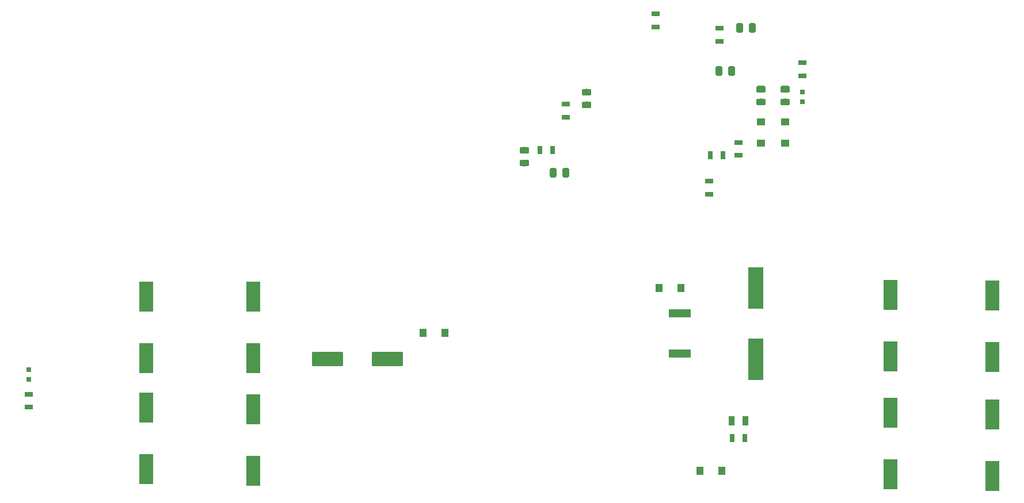
<source format=gbr>
G04 #@! TF.GenerationSoftware,KiCad,Pcbnew,(5.1.4)-1*
G04 #@! TF.CreationDate,2021-04-20T00:23:46+05:30*
G04 #@! TF.ProjectId,transformers-board,7472616e-7366-46f7-926d-6572732d626f,rev?*
G04 #@! TF.SameCoordinates,Original*
G04 #@! TF.FileFunction,Paste,Top*
G04 #@! TF.FilePolarity,Positive*
%FSLAX46Y46*%
G04 Gerber Fmt 4.6, Leading zero omitted, Abs format (unit mm)*
G04 Created by KiCad (PCBNEW (5.1.4)-1) date 2021-04-20 00:23:46*
%MOMM*%
%LPD*%
G04 APERTURE LIST*
%ADD10C,0.100000*%
%ADD11C,0.975000*%
%ADD12R,2.120000X4.460000*%
%ADD13C,2.100000*%
%ADD14R,1.300000X0.700000*%
%ADD15R,0.700000X1.300000*%
%ADD16R,0.920000X1.420000*%
%ADD17R,3.320000X1.240000*%
%ADD18R,0.800000X0.800000*%
%ADD19R,1.220000X1.120000*%
%ADD20R,1.120000X1.220000*%
%ADD21R,2.210000X6.060000*%
G04 APERTURE END LIST*
D10*
G36*
X170660142Y-71649674D02*
G01*
X170683803Y-71653184D01*
X170707007Y-71658996D01*
X170729529Y-71667054D01*
X170751153Y-71677282D01*
X170771670Y-71689579D01*
X170790883Y-71703829D01*
X170808607Y-71719893D01*
X170824671Y-71737617D01*
X170838921Y-71756830D01*
X170851218Y-71777347D01*
X170861446Y-71798971D01*
X170869504Y-71821493D01*
X170875316Y-71844697D01*
X170878826Y-71868358D01*
X170880000Y-71892250D01*
X170880000Y-72379750D01*
X170878826Y-72403642D01*
X170875316Y-72427303D01*
X170869504Y-72450507D01*
X170861446Y-72473029D01*
X170851218Y-72494653D01*
X170838921Y-72515170D01*
X170824671Y-72534383D01*
X170808607Y-72552107D01*
X170790883Y-72568171D01*
X170771670Y-72582421D01*
X170751153Y-72594718D01*
X170729529Y-72604946D01*
X170707007Y-72613004D01*
X170683803Y-72618816D01*
X170660142Y-72622326D01*
X170636250Y-72623500D01*
X169723750Y-72623500D01*
X169699858Y-72622326D01*
X169676197Y-72618816D01*
X169652993Y-72613004D01*
X169630471Y-72604946D01*
X169608847Y-72594718D01*
X169588330Y-72582421D01*
X169569117Y-72568171D01*
X169551393Y-72552107D01*
X169535329Y-72534383D01*
X169521079Y-72515170D01*
X169508782Y-72494653D01*
X169498554Y-72473029D01*
X169490496Y-72450507D01*
X169484684Y-72427303D01*
X169481174Y-72403642D01*
X169480000Y-72379750D01*
X169480000Y-71892250D01*
X169481174Y-71868358D01*
X169484684Y-71844697D01*
X169490496Y-71821493D01*
X169498554Y-71798971D01*
X169508782Y-71777347D01*
X169521079Y-71756830D01*
X169535329Y-71737617D01*
X169551393Y-71719893D01*
X169569117Y-71703829D01*
X169588330Y-71689579D01*
X169608847Y-71677282D01*
X169630471Y-71667054D01*
X169652993Y-71658996D01*
X169676197Y-71653184D01*
X169699858Y-71649674D01*
X169723750Y-71648500D01*
X170636250Y-71648500D01*
X170660142Y-71649674D01*
X170660142Y-71649674D01*
G37*
D11*
X170180000Y-72136000D03*
D10*
G36*
X170660142Y-69774674D02*
G01*
X170683803Y-69778184D01*
X170707007Y-69783996D01*
X170729529Y-69792054D01*
X170751153Y-69802282D01*
X170771670Y-69814579D01*
X170790883Y-69828829D01*
X170808607Y-69844893D01*
X170824671Y-69862617D01*
X170838921Y-69881830D01*
X170851218Y-69902347D01*
X170861446Y-69923971D01*
X170869504Y-69946493D01*
X170875316Y-69969697D01*
X170878826Y-69993358D01*
X170880000Y-70017250D01*
X170880000Y-70504750D01*
X170878826Y-70528642D01*
X170875316Y-70552303D01*
X170869504Y-70575507D01*
X170861446Y-70598029D01*
X170851218Y-70619653D01*
X170838921Y-70640170D01*
X170824671Y-70659383D01*
X170808607Y-70677107D01*
X170790883Y-70693171D01*
X170771670Y-70707421D01*
X170751153Y-70719718D01*
X170729529Y-70729946D01*
X170707007Y-70738004D01*
X170683803Y-70743816D01*
X170660142Y-70747326D01*
X170636250Y-70748500D01*
X169723750Y-70748500D01*
X169699858Y-70747326D01*
X169676197Y-70743816D01*
X169652993Y-70738004D01*
X169630471Y-70729946D01*
X169608847Y-70719718D01*
X169588330Y-70707421D01*
X169569117Y-70693171D01*
X169551393Y-70677107D01*
X169535329Y-70659383D01*
X169521079Y-70640170D01*
X169508782Y-70619653D01*
X169498554Y-70598029D01*
X169490496Y-70575507D01*
X169484684Y-70552303D01*
X169481174Y-70528642D01*
X169480000Y-70504750D01*
X169480000Y-70017250D01*
X169481174Y-69993358D01*
X169484684Y-69969697D01*
X169490496Y-69946493D01*
X169498554Y-69923971D01*
X169508782Y-69902347D01*
X169521079Y-69881830D01*
X169535329Y-69862617D01*
X169551393Y-69844893D01*
X169569117Y-69828829D01*
X169588330Y-69814579D01*
X169608847Y-69802282D01*
X169630471Y-69792054D01*
X169652993Y-69783996D01*
X169676197Y-69778184D01*
X169699858Y-69774674D01*
X169723750Y-69773500D01*
X170636250Y-69773500D01*
X170660142Y-69774674D01*
X170660142Y-69774674D01*
G37*
D11*
X170180000Y-70261000D03*
D10*
G36*
X174216142Y-69774674D02*
G01*
X174239803Y-69778184D01*
X174263007Y-69783996D01*
X174285529Y-69792054D01*
X174307153Y-69802282D01*
X174327670Y-69814579D01*
X174346883Y-69828829D01*
X174364607Y-69844893D01*
X174380671Y-69862617D01*
X174394921Y-69881830D01*
X174407218Y-69902347D01*
X174417446Y-69923971D01*
X174425504Y-69946493D01*
X174431316Y-69969697D01*
X174434826Y-69993358D01*
X174436000Y-70017250D01*
X174436000Y-70504750D01*
X174434826Y-70528642D01*
X174431316Y-70552303D01*
X174425504Y-70575507D01*
X174417446Y-70598029D01*
X174407218Y-70619653D01*
X174394921Y-70640170D01*
X174380671Y-70659383D01*
X174364607Y-70677107D01*
X174346883Y-70693171D01*
X174327670Y-70707421D01*
X174307153Y-70719718D01*
X174285529Y-70729946D01*
X174263007Y-70738004D01*
X174239803Y-70743816D01*
X174216142Y-70747326D01*
X174192250Y-70748500D01*
X173279750Y-70748500D01*
X173255858Y-70747326D01*
X173232197Y-70743816D01*
X173208993Y-70738004D01*
X173186471Y-70729946D01*
X173164847Y-70719718D01*
X173144330Y-70707421D01*
X173125117Y-70693171D01*
X173107393Y-70677107D01*
X173091329Y-70659383D01*
X173077079Y-70640170D01*
X173064782Y-70619653D01*
X173054554Y-70598029D01*
X173046496Y-70575507D01*
X173040684Y-70552303D01*
X173037174Y-70528642D01*
X173036000Y-70504750D01*
X173036000Y-70017250D01*
X173037174Y-69993358D01*
X173040684Y-69969697D01*
X173046496Y-69946493D01*
X173054554Y-69923971D01*
X173064782Y-69902347D01*
X173077079Y-69881830D01*
X173091329Y-69862617D01*
X173107393Y-69844893D01*
X173125117Y-69828829D01*
X173144330Y-69814579D01*
X173164847Y-69802282D01*
X173186471Y-69792054D01*
X173208993Y-69783996D01*
X173232197Y-69778184D01*
X173255858Y-69774674D01*
X173279750Y-69773500D01*
X174192250Y-69773500D01*
X174216142Y-69774674D01*
X174216142Y-69774674D01*
G37*
D11*
X173736000Y-70261000D03*
D10*
G36*
X174216142Y-71649674D02*
G01*
X174239803Y-71653184D01*
X174263007Y-71658996D01*
X174285529Y-71667054D01*
X174307153Y-71677282D01*
X174327670Y-71689579D01*
X174346883Y-71703829D01*
X174364607Y-71719893D01*
X174380671Y-71737617D01*
X174394921Y-71756830D01*
X174407218Y-71777347D01*
X174417446Y-71798971D01*
X174425504Y-71821493D01*
X174431316Y-71844697D01*
X174434826Y-71868358D01*
X174436000Y-71892250D01*
X174436000Y-72379750D01*
X174434826Y-72403642D01*
X174431316Y-72427303D01*
X174425504Y-72450507D01*
X174417446Y-72473029D01*
X174407218Y-72494653D01*
X174394921Y-72515170D01*
X174380671Y-72534383D01*
X174364607Y-72552107D01*
X174346883Y-72568171D01*
X174327670Y-72582421D01*
X174307153Y-72594718D01*
X174285529Y-72604946D01*
X174263007Y-72613004D01*
X174239803Y-72618816D01*
X174216142Y-72622326D01*
X174192250Y-72623500D01*
X173279750Y-72623500D01*
X173255858Y-72622326D01*
X173232197Y-72618816D01*
X173208993Y-72613004D01*
X173186471Y-72604946D01*
X173164847Y-72594718D01*
X173144330Y-72582421D01*
X173125117Y-72568171D01*
X173107393Y-72552107D01*
X173091329Y-72534383D01*
X173077079Y-72515170D01*
X173064782Y-72494653D01*
X173054554Y-72473029D01*
X173046496Y-72450507D01*
X173040684Y-72427303D01*
X173037174Y-72403642D01*
X173036000Y-72379750D01*
X173036000Y-71892250D01*
X173037174Y-71868358D01*
X173040684Y-71844697D01*
X173046496Y-71821493D01*
X173054554Y-71798971D01*
X173064782Y-71777347D01*
X173077079Y-71756830D01*
X173091329Y-71737617D01*
X173107393Y-71719893D01*
X173125117Y-71703829D01*
X173144330Y-71689579D01*
X173164847Y-71677282D01*
X173186471Y-71667054D01*
X173208993Y-71658996D01*
X173232197Y-71653184D01*
X173255858Y-71649674D01*
X173279750Y-71648500D01*
X174192250Y-71648500D01*
X174216142Y-71649674D01*
X174216142Y-71649674D01*
G37*
D11*
X173736000Y-72136000D03*
D10*
G36*
X164254642Y-66865174D02*
G01*
X164278303Y-66868684D01*
X164301507Y-66874496D01*
X164324029Y-66882554D01*
X164345653Y-66892782D01*
X164366170Y-66905079D01*
X164385383Y-66919329D01*
X164403107Y-66935393D01*
X164419171Y-66953117D01*
X164433421Y-66972330D01*
X164445718Y-66992847D01*
X164455946Y-67014471D01*
X164464004Y-67036993D01*
X164469816Y-67060197D01*
X164473326Y-67083858D01*
X164474500Y-67107750D01*
X164474500Y-68020250D01*
X164473326Y-68044142D01*
X164469816Y-68067803D01*
X164464004Y-68091007D01*
X164455946Y-68113529D01*
X164445718Y-68135153D01*
X164433421Y-68155670D01*
X164419171Y-68174883D01*
X164403107Y-68192607D01*
X164385383Y-68208671D01*
X164366170Y-68222921D01*
X164345653Y-68235218D01*
X164324029Y-68245446D01*
X164301507Y-68253504D01*
X164278303Y-68259316D01*
X164254642Y-68262826D01*
X164230750Y-68264000D01*
X163743250Y-68264000D01*
X163719358Y-68262826D01*
X163695697Y-68259316D01*
X163672493Y-68253504D01*
X163649971Y-68245446D01*
X163628347Y-68235218D01*
X163607830Y-68222921D01*
X163588617Y-68208671D01*
X163570893Y-68192607D01*
X163554829Y-68174883D01*
X163540579Y-68155670D01*
X163528282Y-68135153D01*
X163518054Y-68113529D01*
X163509996Y-68091007D01*
X163504184Y-68067803D01*
X163500674Y-68044142D01*
X163499500Y-68020250D01*
X163499500Y-67107750D01*
X163500674Y-67083858D01*
X163504184Y-67060197D01*
X163509996Y-67036993D01*
X163518054Y-67014471D01*
X163528282Y-66992847D01*
X163540579Y-66972330D01*
X163554829Y-66953117D01*
X163570893Y-66935393D01*
X163588617Y-66919329D01*
X163607830Y-66905079D01*
X163628347Y-66892782D01*
X163649971Y-66882554D01*
X163672493Y-66874496D01*
X163695697Y-66868684D01*
X163719358Y-66865174D01*
X163743250Y-66864000D01*
X164230750Y-66864000D01*
X164254642Y-66865174D01*
X164254642Y-66865174D01*
G37*
D11*
X163987000Y-67564000D03*
D10*
G36*
X166129642Y-66865174D02*
G01*
X166153303Y-66868684D01*
X166176507Y-66874496D01*
X166199029Y-66882554D01*
X166220653Y-66892782D01*
X166241170Y-66905079D01*
X166260383Y-66919329D01*
X166278107Y-66935393D01*
X166294171Y-66953117D01*
X166308421Y-66972330D01*
X166320718Y-66992847D01*
X166330946Y-67014471D01*
X166339004Y-67036993D01*
X166344816Y-67060197D01*
X166348326Y-67083858D01*
X166349500Y-67107750D01*
X166349500Y-68020250D01*
X166348326Y-68044142D01*
X166344816Y-68067803D01*
X166339004Y-68091007D01*
X166330946Y-68113529D01*
X166320718Y-68135153D01*
X166308421Y-68155670D01*
X166294171Y-68174883D01*
X166278107Y-68192607D01*
X166260383Y-68208671D01*
X166241170Y-68222921D01*
X166220653Y-68235218D01*
X166199029Y-68245446D01*
X166176507Y-68253504D01*
X166153303Y-68259316D01*
X166129642Y-68262826D01*
X166105750Y-68264000D01*
X165618250Y-68264000D01*
X165594358Y-68262826D01*
X165570697Y-68259316D01*
X165547493Y-68253504D01*
X165524971Y-68245446D01*
X165503347Y-68235218D01*
X165482830Y-68222921D01*
X165463617Y-68208671D01*
X165445893Y-68192607D01*
X165429829Y-68174883D01*
X165415579Y-68155670D01*
X165403282Y-68135153D01*
X165393054Y-68113529D01*
X165384996Y-68091007D01*
X165379184Y-68067803D01*
X165375674Y-68044142D01*
X165374500Y-68020250D01*
X165374500Y-67107750D01*
X165375674Y-67083858D01*
X165379184Y-67060197D01*
X165384996Y-67036993D01*
X165393054Y-67014471D01*
X165403282Y-66992847D01*
X165415579Y-66972330D01*
X165429829Y-66953117D01*
X165445893Y-66935393D01*
X165463617Y-66919329D01*
X165482830Y-66905079D01*
X165503347Y-66892782D01*
X165524971Y-66882554D01*
X165547493Y-66874496D01*
X165570697Y-66868684D01*
X165594358Y-66865174D01*
X165618250Y-66864000D01*
X166105750Y-66864000D01*
X166129642Y-66865174D01*
X166129642Y-66865174D01*
G37*
D11*
X165862000Y-67564000D03*
D10*
G36*
X169177642Y-60515174D02*
G01*
X169201303Y-60518684D01*
X169224507Y-60524496D01*
X169247029Y-60532554D01*
X169268653Y-60542782D01*
X169289170Y-60555079D01*
X169308383Y-60569329D01*
X169326107Y-60585393D01*
X169342171Y-60603117D01*
X169356421Y-60622330D01*
X169368718Y-60642847D01*
X169378946Y-60664471D01*
X169387004Y-60686993D01*
X169392816Y-60710197D01*
X169396326Y-60733858D01*
X169397500Y-60757750D01*
X169397500Y-61670250D01*
X169396326Y-61694142D01*
X169392816Y-61717803D01*
X169387004Y-61741007D01*
X169378946Y-61763529D01*
X169368718Y-61785153D01*
X169356421Y-61805670D01*
X169342171Y-61824883D01*
X169326107Y-61842607D01*
X169308383Y-61858671D01*
X169289170Y-61872921D01*
X169268653Y-61885218D01*
X169247029Y-61895446D01*
X169224507Y-61903504D01*
X169201303Y-61909316D01*
X169177642Y-61912826D01*
X169153750Y-61914000D01*
X168666250Y-61914000D01*
X168642358Y-61912826D01*
X168618697Y-61909316D01*
X168595493Y-61903504D01*
X168572971Y-61895446D01*
X168551347Y-61885218D01*
X168530830Y-61872921D01*
X168511617Y-61858671D01*
X168493893Y-61842607D01*
X168477829Y-61824883D01*
X168463579Y-61805670D01*
X168451282Y-61785153D01*
X168441054Y-61763529D01*
X168432996Y-61741007D01*
X168427184Y-61717803D01*
X168423674Y-61694142D01*
X168422500Y-61670250D01*
X168422500Y-60757750D01*
X168423674Y-60733858D01*
X168427184Y-60710197D01*
X168432996Y-60686993D01*
X168441054Y-60664471D01*
X168451282Y-60642847D01*
X168463579Y-60622330D01*
X168477829Y-60603117D01*
X168493893Y-60585393D01*
X168511617Y-60569329D01*
X168530830Y-60555079D01*
X168551347Y-60542782D01*
X168572971Y-60532554D01*
X168595493Y-60524496D01*
X168618697Y-60518684D01*
X168642358Y-60515174D01*
X168666250Y-60514000D01*
X169153750Y-60514000D01*
X169177642Y-60515174D01*
X169177642Y-60515174D01*
G37*
D11*
X168910000Y-61214000D03*
D10*
G36*
X167302642Y-60515174D02*
G01*
X167326303Y-60518684D01*
X167349507Y-60524496D01*
X167372029Y-60532554D01*
X167393653Y-60542782D01*
X167414170Y-60555079D01*
X167433383Y-60569329D01*
X167451107Y-60585393D01*
X167467171Y-60603117D01*
X167481421Y-60622330D01*
X167493718Y-60642847D01*
X167503946Y-60664471D01*
X167512004Y-60686993D01*
X167517816Y-60710197D01*
X167521326Y-60733858D01*
X167522500Y-60757750D01*
X167522500Y-61670250D01*
X167521326Y-61694142D01*
X167517816Y-61717803D01*
X167512004Y-61741007D01*
X167503946Y-61763529D01*
X167493718Y-61785153D01*
X167481421Y-61805670D01*
X167467171Y-61824883D01*
X167451107Y-61842607D01*
X167433383Y-61858671D01*
X167414170Y-61872921D01*
X167393653Y-61885218D01*
X167372029Y-61895446D01*
X167349507Y-61903504D01*
X167326303Y-61909316D01*
X167302642Y-61912826D01*
X167278750Y-61914000D01*
X166791250Y-61914000D01*
X166767358Y-61912826D01*
X166743697Y-61909316D01*
X166720493Y-61903504D01*
X166697971Y-61895446D01*
X166676347Y-61885218D01*
X166655830Y-61872921D01*
X166636617Y-61858671D01*
X166618893Y-61842607D01*
X166602829Y-61824883D01*
X166588579Y-61805670D01*
X166576282Y-61785153D01*
X166566054Y-61763529D01*
X166557996Y-61741007D01*
X166552184Y-61717803D01*
X166548674Y-61694142D01*
X166547500Y-61670250D01*
X166547500Y-60757750D01*
X166548674Y-60733858D01*
X166552184Y-60710197D01*
X166557996Y-60686993D01*
X166566054Y-60664471D01*
X166576282Y-60642847D01*
X166588579Y-60622330D01*
X166602829Y-60603117D01*
X166618893Y-60585393D01*
X166636617Y-60569329D01*
X166655830Y-60555079D01*
X166676347Y-60542782D01*
X166697971Y-60532554D01*
X166720493Y-60524496D01*
X166743697Y-60518684D01*
X166767358Y-60515174D01*
X166791250Y-60514000D01*
X167278750Y-60514000D01*
X167302642Y-60515174D01*
X167302642Y-60515174D01*
G37*
D11*
X167035000Y-61214000D03*
D10*
G36*
X145006142Y-72079174D02*
G01*
X145029803Y-72082684D01*
X145053007Y-72088496D01*
X145075529Y-72096554D01*
X145097153Y-72106782D01*
X145117670Y-72119079D01*
X145136883Y-72133329D01*
X145154607Y-72149393D01*
X145170671Y-72167117D01*
X145184921Y-72186330D01*
X145197218Y-72206847D01*
X145207446Y-72228471D01*
X145215504Y-72250993D01*
X145221316Y-72274197D01*
X145224826Y-72297858D01*
X145226000Y-72321750D01*
X145226000Y-72809250D01*
X145224826Y-72833142D01*
X145221316Y-72856803D01*
X145215504Y-72880007D01*
X145207446Y-72902529D01*
X145197218Y-72924153D01*
X145184921Y-72944670D01*
X145170671Y-72963883D01*
X145154607Y-72981607D01*
X145136883Y-72997671D01*
X145117670Y-73011921D01*
X145097153Y-73024218D01*
X145075529Y-73034446D01*
X145053007Y-73042504D01*
X145029803Y-73048316D01*
X145006142Y-73051826D01*
X144982250Y-73053000D01*
X144069750Y-73053000D01*
X144045858Y-73051826D01*
X144022197Y-73048316D01*
X143998993Y-73042504D01*
X143976471Y-73034446D01*
X143954847Y-73024218D01*
X143934330Y-73011921D01*
X143915117Y-72997671D01*
X143897393Y-72981607D01*
X143881329Y-72963883D01*
X143867079Y-72944670D01*
X143854782Y-72924153D01*
X143844554Y-72902529D01*
X143836496Y-72880007D01*
X143830684Y-72856803D01*
X143827174Y-72833142D01*
X143826000Y-72809250D01*
X143826000Y-72321750D01*
X143827174Y-72297858D01*
X143830684Y-72274197D01*
X143836496Y-72250993D01*
X143844554Y-72228471D01*
X143854782Y-72206847D01*
X143867079Y-72186330D01*
X143881329Y-72167117D01*
X143897393Y-72149393D01*
X143915117Y-72133329D01*
X143934330Y-72119079D01*
X143954847Y-72106782D01*
X143976471Y-72096554D01*
X143998993Y-72088496D01*
X144022197Y-72082684D01*
X144045858Y-72079174D01*
X144069750Y-72078000D01*
X144982250Y-72078000D01*
X145006142Y-72079174D01*
X145006142Y-72079174D01*
G37*
D11*
X144526000Y-72565500D03*
D10*
G36*
X145006142Y-70204174D02*
G01*
X145029803Y-70207684D01*
X145053007Y-70213496D01*
X145075529Y-70221554D01*
X145097153Y-70231782D01*
X145117670Y-70244079D01*
X145136883Y-70258329D01*
X145154607Y-70274393D01*
X145170671Y-70292117D01*
X145184921Y-70311330D01*
X145197218Y-70331847D01*
X145207446Y-70353471D01*
X145215504Y-70375993D01*
X145221316Y-70399197D01*
X145224826Y-70422858D01*
X145226000Y-70446750D01*
X145226000Y-70934250D01*
X145224826Y-70958142D01*
X145221316Y-70981803D01*
X145215504Y-71005007D01*
X145207446Y-71027529D01*
X145197218Y-71049153D01*
X145184921Y-71069670D01*
X145170671Y-71088883D01*
X145154607Y-71106607D01*
X145136883Y-71122671D01*
X145117670Y-71136921D01*
X145097153Y-71149218D01*
X145075529Y-71159446D01*
X145053007Y-71167504D01*
X145029803Y-71173316D01*
X145006142Y-71176826D01*
X144982250Y-71178000D01*
X144069750Y-71178000D01*
X144045858Y-71176826D01*
X144022197Y-71173316D01*
X143998993Y-71167504D01*
X143976471Y-71159446D01*
X143954847Y-71149218D01*
X143934330Y-71136921D01*
X143915117Y-71122671D01*
X143897393Y-71106607D01*
X143881329Y-71088883D01*
X143867079Y-71069670D01*
X143854782Y-71049153D01*
X143844554Y-71027529D01*
X143836496Y-71005007D01*
X143830684Y-70981803D01*
X143827174Y-70958142D01*
X143826000Y-70934250D01*
X143826000Y-70446750D01*
X143827174Y-70422858D01*
X143830684Y-70399197D01*
X143836496Y-70375993D01*
X143844554Y-70353471D01*
X143854782Y-70331847D01*
X143867079Y-70311330D01*
X143881329Y-70292117D01*
X143897393Y-70274393D01*
X143915117Y-70258329D01*
X143934330Y-70244079D01*
X143954847Y-70231782D01*
X143976471Y-70221554D01*
X143998993Y-70213496D01*
X144022197Y-70207684D01*
X144045858Y-70204174D01*
X144069750Y-70203000D01*
X144982250Y-70203000D01*
X145006142Y-70204174D01*
X145006142Y-70204174D01*
G37*
D11*
X144526000Y-70690500D03*
D12*
X204216000Y-127207000D03*
X204216000Y-118157000D03*
X204216000Y-109728000D03*
X204216000Y-100678000D03*
X189230000Y-127000000D03*
X189230000Y-117950000D03*
X189230000Y-109634000D03*
X189230000Y-100584000D03*
D10*
G36*
X135862142Y-78761674D02*
G01*
X135885803Y-78765184D01*
X135909007Y-78770996D01*
X135931529Y-78779054D01*
X135953153Y-78789282D01*
X135973670Y-78801579D01*
X135992883Y-78815829D01*
X136010607Y-78831893D01*
X136026671Y-78849617D01*
X136040921Y-78868830D01*
X136053218Y-78889347D01*
X136063446Y-78910971D01*
X136071504Y-78933493D01*
X136077316Y-78956697D01*
X136080826Y-78980358D01*
X136082000Y-79004250D01*
X136082000Y-79491750D01*
X136080826Y-79515642D01*
X136077316Y-79539303D01*
X136071504Y-79562507D01*
X136063446Y-79585029D01*
X136053218Y-79606653D01*
X136040921Y-79627170D01*
X136026671Y-79646383D01*
X136010607Y-79664107D01*
X135992883Y-79680171D01*
X135973670Y-79694421D01*
X135953153Y-79706718D01*
X135931529Y-79716946D01*
X135909007Y-79725004D01*
X135885803Y-79730816D01*
X135862142Y-79734326D01*
X135838250Y-79735500D01*
X134925750Y-79735500D01*
X134901858Y-79734326D01*
X134878197Y-79730816D01*
X134854993Y-79725004D01*
X134832471Y-79716946D01*
X134810847Y-79706718D01*
X134790330Y-79694421D01*
X134771117Y-79680171D01*
X134753393Y-79664107D01*
X134737329Y-79646383D01*
X134723079Y-79627170D01*
X134710782Y-79606653D01*
X134700554Y-79585029D01*
X134692496Y-79562507D01*
X134686684Y-79539303D01*
X134683174Y-79515642D01*
X134682000Y-79491750D01*
X134682000Y-79004250D01*
X134683174Y-78980358D01*
X134686684Y-78956697D01*
X134692496Y-78933493D01*
X134700554Y-78910971D01*
X134710782Y-78889347D01*
X134723079Y-78868830D01*
X134737329Y-78849617D01*
X134753393Y-78831893D01*
X134771117Y-78815829D01*
X134790330Y-78801579D01*
X134810847Y-78789282D01*
X134832471Y-78779054D01*
X134854993Y-78770996D01*
X134878197Y-78765184D01*
X134901858Y-78761674D01*
X134925750Y-78760500D01*
X135838250Y-78760500D01*
X135862142Y-78761674D01*
X135862142Y-78761674D01*
G37*
D11*
X135382000Y-79248000D03*
D10*
G36*
X135862142Y-80636674D02*
G01*
X135885803Y-80640184D01*
X135909007Y-80645996D01*
X135931529Y-80654054D01*
X135953153Y-80664282D01*
X135973670Y-80676579D01*
X135992883Y-80690829D01*
X136010607Y-80706893D01*
X136026671Y-80724617D01*
X136040921Y-80743830D01*
X136053218Y-80764347D01*
X136063446Y-80785971D01*
X136071504Y-80808493D01*
X136077316Y-80831697D01*
X136080826Y-80855358D01*
X136082000Y-80879250D01*
X136082000Y-81366750D01*
X136080826Y-81390642D01*
X136077316Y-81414303D01*
X136071504Y-81437507D01*
X136063446Y-81460029D01*
X136053218Y-81481653D01*
X136040921Y-81502170D01*
X136026671Y-81521383D01*
X136010607Y-81539107D01*
X135992883Y-81555171D01*
X135973670Y-81569421D01*
X135953153Y-81581718D01*
X135931529Y-81591946D01*
X135909007Y-81600004D01*
X135885803Y-81605816D01*
X135862142Y-81609326D01*
X135838250Y-81610500D01*
X134925750Y-81610500D01*
X134901858Y-81609326D01*
X134878197Y-81605816D01*
X134854993Y-81600004D01*
X134832471Y-81591946D01*
X134810847Y-81581718D01*
X134790330Y-81569421D01*
X134771117Y-81555171D01*
X134753393Y-81539107D01*
X134737329Y-81521383D01*
X134723079Y-81502170D01*
X134710782Y-81481653D01*
X134700554Y-81460029D01*
X134692496Y-81437507D01*
X134686684Y-81414303D01*
X134683174Y-81390642D01*
X134682000Y-81366750D01*
X134682000Y-80879250D01*
X134683174Y-80855358D01*
X134686684Y-80831697D01*
X134692496Y-80808493D01*
X134700554Y-80785971D01*
X134710782Y-80764347D01*
X134723079Y-80743830D01*
X134737329Y-80724617D01*
X134753393Y-80706893D01*
X134771117Y-80690829D01*
X134790330Y-80676579D01*
X134810847Y-80664282D01*
X134832471Y-80654054D01*
X134854993Y-80645996D01*
X134878197Y-80640184D01*
X134901858Y-80636674D01*
X134925750Y-80635500D01*
X135838250Y-80635500D01*
X135862142Y-80636674D01*
X135862142Y-80636674D01*
G37*
D11*
X135382000Y-81123000D03*
D10*
G36*
X139870642Y-81851174D02*
G01*
X139894303Y-81854684D01*
X139917507Y-81860496D01*
X139940029Y-81868554D01*
X139961653Y-81878782D01*
X139982170Y-81891079D01*
X140001383Y-81905329D01*
X140019107Y-81921393D01*
X140035171Y-81939117D01*
X140049421Y-81958330D01*
X140061718Y-81978847D01*
X140071946Y-82000471D01*
X140080004Y-82022993D01*
X140085816Y-82046197D01*
X140089326Y-82069858D01*
X140090500Y-82093750D01*
X140090500Y-83006250D01*
X140089326Y-83030142D01*
X140085816Y-83053803D01*
X140080004Y-83077007D01*
X140071946Y-83099529D01*
X140061718Y-83121153D01*
X140049421Y-83141670D01*
X140035171Y-83160883D01*
X140019107Y-83178607D01*
X140001383Y-83194671D01*
X139982170Y-83208921D01*
X139961653Y-83221218D01*
X139940029Y-83231446D01*
X139917507Y-83239504D01*
X139894303Y-83245316D01*
X139870642Y-83248826D01*
X139846750Y-83250000D01*
X139359250Y-83250000D01*
X139335358Y-83248826D01*
X139311697Y-83245316D01*
X139288493Y-83239504D01*
X139265971Y-83231446D01*
X139244347Y-83221218D01*
X139223830Y-83208921D01*
X139204617Y-83194671D01*
X139186893Y-83178607D01*
X139170829Y-83160883D01*
X139156579Y-83141670D01*
X139144282Y-83121153D01*
X139134054Y-83099529D01*
X139125996Y-83077007D01*
X139120184Y-83053803D01*
X139116674Y-83030142D01*
X139115500Y-83006250D01*
X139115500Y-82093750D01*
X139116674Y-82069858D01*
X139120184Y-82046197D01*
X139125996Y-82022993D01*
X139134054Y-82000471D01*
X139144282Y-81978847D01*
X139156579Y-81958330D01*
X139170829Y-81939117D01*
X139186893Y-81921393D01*
X139204617Y-81905329D01*
X139223830Y-81891079D01*
X139244347Y-81878782D01*
X139265971Y-81868554D01*
X139288493Y-81860496D01*
X139311697Y-81854684D01*
X139335358Y-81851174D01*
X139359250Y-81850000D01*
X139846750Y-81850000D01*
X139870642Y-81851174D01*
X139870642Y-81851174D01*
G37*
D11*
X139603000Y-82550000D03*
D10*
G36*
X141745642Y-81851174D02*
G01*
X141769303Y-81854684D01*
X141792507Y-81860496D01*
X141815029Y-81868554D01*
X141836653Y-81878782D01*
X141857170Y-81891079D01*
X141876383Y-81905329D01*
X141894107Y-81921393D01*
X141910171Y-81939117D01*
X141924421Y-81958330D01*
X141936718Y-81978847D01*
X141946946Y-82000471D01*
X141955004Y-82022993D01*
X141960816Y-82046197D01*
X141964326Y-82069858D01*
X141965500Y-82093750D01*
X141965500Y-83006250D01*
X141964326Y-83030142D01*
X141960816Y-83053803D01*
X141955004Y-83077007D01*
X141946946Y-83099529D01*
X141936718Y-83121153D01*
X141924421Y-83141670D01*
X141910171Y-83160883D01*
X141894107Y-83178607D01*
X141876383Y-83194671D01*
X141857170Y-83208921D01*
X141836653Y-83221218D01*
X141815029Y-83231446D01*
X141792507Y-83239504D01*
X141769303Y-83245316D01*
X141745642Y-83248826D01*
X141721750Y-83250000D01*
X141234250Y-83250000D01*
X141210358Y-83248826D01*
X141186697Y-83245316D01*
X141163493Y-83239504D01*
X141140971Y-83231446D01*
X141119347Y-83221218D01*
X141098830Y-83208921D01*
X141079617Y-83194671D01*
X141061893Y-83178607D01*
X141045829Y-83160883D01*
X141031579Y-83141670D01*
X141019282Y-83121153D01*
X141009054Y-83099529D01*
X141000996Y-83077007D01*
X140995184Y-83053803D01*
X140991674Y-83030142D01*
X140990500Y-83006250D01*
X140990500Y-82093750D01*
X140991674Y-82069858D01*
X140995184Y-82046197D01*
X141000996Y-82022993D01*
X141009054Y-82000471D01*
X141019282Y-81978847D01*
X141031579Y-81958330D01*
X141045829Y-81939117D01*
X141061893Y-81921393D01*
X141079617Y-81905329D01*
X141098830Y-81891079D01*
X141119347Y-81878782D01*
X141140971Y-81868554D01*
X141163493Y-81860496D01*
X141186697Y-81854684D01*
X141210358Y-81851174D01*
X141234250Y-81850000D01*
X141721750Y-81850000D01*
X141745642Y-81851174D01*
X141745642Y-81851174D01*
G37*
D11*
X141478000Y-82550000D03*
D10*
G36*
X108500504Y-108933204D02*
G01*
X108524773Y-108936804D01*
X108548571Y-108942765D01*
X108571671Y-108951030D01*
X108593849Y-108961520D01*
X108614893Y-108974133D01*
X108634598Y-108988747D01*
X108652777Y-109005223D01*
X108669253Y-109023402D01*
X108683867Y-109043107D01*
X108696480Y-109064151D01*
X108706970Y-109086329D01*
X108715235Y-109109429D01*
X108721196Y-109133227D01*
X108724796Y-109157496D01*
X108726000Y-109182000D01*
X108726000Y-110782000D01*
X108724796Y-110806504D01*
X108721196Y-110830773D01*
X108715235Y-110854571D01*
X108706970Y-110877671D01*
X108696480Y-110899849D01*
X108683867Y-110920893D01*
X108669253Y-110940598D01*
X108652777Y-110958777D01*
X108634598Y-110975253D01*
X108614893Y-110989867D01*
X108593849Y-111002480D01*
X108571671Y-111012970D01*
X108548571Y-111021235D01*
X108524773Y-111027196D01*
X108500504Y-111030796D01*
X108476000Y-111032000D01*
X104376000Y-111032000D01*
X104351496Y-111030796D01*
X104327227Y-111027196D01*
X104303429Y-111021235D01*
X104280329Y-111012970D01*
X104258151Y-111002480D01*
X104237107Y-110989867D01*
X104217402Y-110975253D01*
X104199223Y-110958777D01*
X104182747Y-110940598D01*
X104168133Y-110920893D01*
X104155520Y-110899849D01*
X104145030Y-110877671D01*
X104136765Y-110854571D01*
X104130804Y-110830773D01*
X104127204Y-110806504D01*
X104126000Y-110782000D01*
X104126000Y-109182000D01*
X104127204Y-109157496D01*
X104130804Y-109133227D01*
X104136765Y-109109429D01*
X104145030Y-109086329D01*
X104155520Y-109064151D01*
X104168133Y-109043107D01*
X104182747Y-109023402D01*
X104199223Y-109005223D01*
X104217402Y-108988747D01*
X104237107Y-108974133D01*
X104258151Y-108961520D01*
X104280329Y-108951030D01*
X104303429Y-108942765D01*
X104327227Y-108936804D01*
X104351496Y-108933204D01*
X104376000Y-108932000D01*
X108476000Y-108932000D01*
X108500504Y-108933204D01*
X108500504Y-108933204D01*
G37*
D13*
X106426000Y-109982000D03*
D10*
G36*
X117300504Y-108933204D02*
G01*
X117324773Y-108936804D01*
X117348571Y-108942765D01*
X117371671Y-108951030D01*
X117393849Y-108961520D01*
X117414893Y-108974133D01*
X117434598Y-108988747D01*
X117452777Y-109005223D01*
X117469253Y-109023402D01*
X117483867Y-109043107D01*
X117496480Y-109064151D01*
X117506970Y-109086329D01*
X117515235Y-109109429D01*
X117521196Y-109133227D01*
X117524796Y-109157496D01*
X117526000Y-109182000D01*
X117526000Y-110782000D01*
X117524796Y-110806504D01*
X117521196Y-110830773D01*
X117515235Y-110854571D01*
X117506970Y-110877671D01*
X117496480Y-110899849D01*
X117483867Y-110920893D01*
X117469253Y-110940598D01*
X117452777Y-110958777D01*
X117434598Y-110975253D01*
X117414893Y-110989867D01*
X117393849Y-111002480D01*
X117371671Y-111012970D01*
X117348571Y-111021235D01*
X117324773Y-111027196D01*
X117300504Y-111030796D01*
X117276000Y-111032000D01*
X113176000Y-111032000D01*
X113151496Y-111030796D01*
X113127227Y-111027196D01*
X113103429Y-111021235D01*
X113080329Y-111012970D01*
X113058151Y-111002480D01*
X113037107Y-110989867D01*
X113017402Y-110975253D01*
X112999223Y-110958777D01*
X112982747Y-110940598D01*
X112968133Y-110920893D01*
X112955520Y-110899849D01*
X112945030Y-110877671D01*
X112936765Y-110854571D01*
X112930804Y-110830773D01*
X112927204Y-110806504D01*
X112926000Y-110782000D01*
X112926000Y-109182000D01*
X112927204Y-109157496D01*
X112930804Y-109133227D01*
X112936765Y-109109429D01*
X112945030Y-109086329D01*
X112955520Y-109064151D01*
X112968133Y-109043107D01*
X112982747Y-109023402D01*
X112999223Y-109005223D01*
X113017402Y-108988747D01*
X113037107Y-108974133D01*
X113058151Y-108961520D01*
X113080329Y-108951030D01*
X113103429Y-108942765D01*
X113127227Y-108936804D01*
X113151496Y-108933204D01*
X113176000Y-108932000D01*
X117276000Y-108932000D01*
X117300504Y-108933204D01*
X117300504Y-108933204D01*
G37*
D13*
X115226000Y-109982000D03*
D12*
X95504000Y-100838000D03*
X95504000Y-109888000D03*
X95504000Y-117442000D03*
X95504000Y-126492000D03*
X79756000Y-126238000D03*
X79756000Y-117188000D03*
X79756000Y-109888000D03*
X79756000Y-100838000D03*
D14*
X176276000Y-68260000D03*
X176276000Y-66360000D03*
X154686000Y-61082000D03*
X154686000Y-59182000D03*
X164084000Y-61280000D03*
X164084000Y-63180000D03*
X166878000Y-78110000D03*
X166878000Y-80010000D03*
D15*
X164592000Y-80010000D03*
X162692000Y-80010000D03*
D14*
X141478000Y-74356000D03*
X141478000Y-72456000D03*
X162560000Y-85720000D03*
X162560000Y-83820000D03*
D16*
X167862000Y-119126000D03*
X165862000Y-119126000D03*
D15*
X167828000Y-121666000D03*
X165928000Y-121666000D03*
D17*
X158242000Y-109220000D03*
X158242000Y-103240000D03*
D15*
X139568000Y-79248000D03*
X137668000Y-79248000D03*
D14*
X62484000Y-115194000D03*
X62484000Y-117094000D03*
D18*
X176276000Y-70624000D03*
X176276000Y-72124000D03*
D19*
X170180000Y-78232000D03*
X170180000Y-75032000D03*
X173736000Y-78232000D03*
X173736000Y-75032000D03*
D20*
X164414000Y-126492000D03*
X161214000Y-126492000D03*
X155194000Y-99568000D03*
X158394000Y-99568000D03*
X120498000Y-106172000D03*
X123698000Y-106172000D03*
D18*
X62484000Y-111530000D03*
X62484000Y-113030000D03*
D21*
X169418000Y-110018000D03*
X169418000Y-99568000D03*
M02*

</source>
